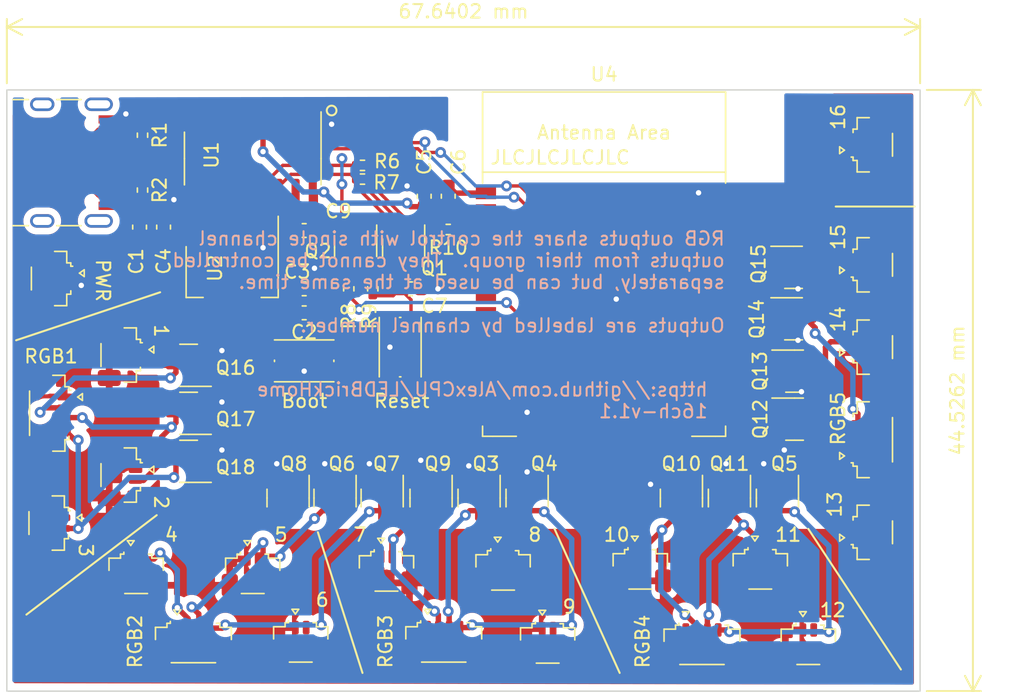
<source format=kicad_pcb>
(kicad_pcb (version 20221018) (generator pcbnew)
  (layers (0 "F.Cu" signal) (31 "B.Cu" signal) (34 "B.Paste" user) (35 "F.Paste" user) (36 "B.SilkS" user "B.Silkscreen") (37 "F.SilkS" user "F.Silkscreen") (38 "B.Mask" user) (39 "F.Mask" user) (44 "Edge.Cuts" user))
  (net 0 "")
  (net 1 "GND")
  (net 2 "+5V")
  (net 3 "+3.3V")
  (net 4 "Net-(U1-UD+)")
  (net 5 "CHIP_PU")
  (net 6 "Net-(J1-CC1)")
  (net 7 "Net-(U1-UD-)")
  (net 10 "Net-(J1-CC2)")
  (net 12 "OUT1")
  (net 13 "OUT2")
  (net 14 "OUT3")
  (net 15 "OUT4")
  (net 16 "OUT5")
  (net 17 "OUT6")
  (net 18 "OUT7")
  (net 19 "OUT8")
  (net 20 "OUT9")
  (net 21 "OUT10")
  (net 22 "OUT11")
  (net 23 "OUT12")
  (net 24 "OUT13")
  (net 25 "OUT14")
  (net 26 "OUT15")
  (net 27 "OUT16")
  (net 28 "Net-(Q1-B)")
  (net 29 "RTS")
  (net 30 "Net-(Q1-C)")
  (net 31 "Net-(Q2-B)")
  (net 32 "DTR")
  (net 33 "Net-(Q2-C)")
  (net 34 "LED1")
  (net 35 "LED2")
  (net 36 "LED3")
  (net 37 "LED4")
  (net 38 "LED5")
  (net 39 "LED6")
  (net 40 "LED7")
  (net 41 "LED8")
  (net 42 "LED9")
  (net 43 "LED10")
  (net 44 "LED11")
  (net 45 "LED12")
  (net 46 "LED13")
  (net 47 "LED14")
  (net 48 "LED15")
  (net 49 "LED16")
  (net 51 "GPIO0")
  (net 58 "U0TXD")
  (net 59 "U0RXD")
  (footprint "Capacitor_SMD:C_0603_1608Metric" (layer "F.Cu") (at 52.578 65.786 180)
    (fp_text reference "C7")
    (fp_text value "1u" hide)
  )
  (footprint "Connector_JST:JST_SUR_SM02B-SURS-TF_1x02-1MP_P0.80mm_Horizontal" (layer "F.Cu") (at 86.868 70.104 90)
    (fp_text reference "J12" hide)
    (fp_text value "SM02B-SURS-TF" hide)
  )
  (footprint "Resistor_SMD:R_0402_1005Metric" (layer "F.Cu") (at 32.729 58.4708 90)
    (fp_text reference "R2")
    (fp_text value "5k1" hide)
  )
  (footprint "Connector_JST:JST_SUR_SM04B-SURS-TF_1x04-1MP_P0.80mm_Horizontal" (layer "F.Cu") (at 25.774 75 -90)
    (fp_text reference "J22" hide)
    (fp_text value "SM04B-SURS-TF" hide)
  )
  (footprint "Package_TO_SOT_SMD:SOT-23" (layer "F.Cu") (at 80.9475 64.196)
    (fp_text reference "Q15")
    (fp_text value "2N7002K" hide)
  )
  (footprint "Connector_JST:JST_SUR_SM02B-SURS-TF_1x02-1MP_P0.80mm_Horizontal" (layer "F.Cu") (at 69.596 86.614)
    (fp_text reference "J9" hide)
    (fp_text value "SM02B-SURS-TF" hide)
  )
  (footprint "Package_TO_SOT_SMD:SOT-23" (layer "F.Cu") (at 46.99 81.28 -90)
    (fp_text reference "Q6")
    (fp_text value "2N7002K" hide)
  )
  (footprint "Connector_JST:JST_SUR_SM04B-SURS-TF_1x04-1MP_P0.80mm_Horizontal" (layer "F.Cu") (at 55.0418 92.0242)
    (fp_text reference "J18" hide)
    (fp_text value "SM04B-SURS-TF" hide)
  )
  (footprint "Capacitor_SMD:C_0603_1608Metric" (layer "F.Cu") (at 44.704 61.468)
    (fp_text reference "C9")
    (fp_text value "100n")
  )
  (footprint "Connector_JST:JST_SUR_SM02B-SURS-TF_1x02-1MP_P0.80mm_Horizontal" (layer "F.Cu") (at 32.258 86.9442)
    (fp_text reference "J7" hide)
    (fp_text value "SM02B-SURS-TF" hide)
  )
  (footprint "Connector_JST:JST_SUR_SM02B-SURS-TF_1x02-1MP_P0.80mm_Horizontal" (layer "F.Cu") (at 25.7302 83.1342 -90)
    (fp_text reference "J17" hide)
    (fp_text value "SM02B-SURS-TF" hide)
  )
  (footprint "Package_TO_SOT_SMD:SOT-23" (layer "F.Cu") (at 52.07 62.738 -90)
    (fp_text reference "Q1")
    (fp_text value "BC817" hide)
  )
  (footprint "Connector_JST:JST_SUR_SM02B-SURS-TF_1x02-1MP_P0.80mm_Horizontal" (layer "F.Cu") (at 25.908 65.024 -90)
    (fp_text reference "J23" hide)
    (fp_text value "SM02B-SURS-TF")
  )
  (footprint "Connector_JST:JST_SUR_SM02B-SURS-TF_1x02-1MP_P0.80mm_Horizontal" (layer "F.Cu") (at 86.868 55.118 90)
    (fp_text reference "J14" hide)
    (fp_text value "SM02B-SURS-TF" hide)
  )
  (footprint "Connector_JST:JST_SUR_SM02B-SURS-TF_1x02-1MP_P0.80mm_Horizontal" (layer "F.Cu") (at 40.894 86.9442)
    (fp_text reference "J5" hide)
    (fp_text value "SM02B-SURS-TF" hide)
  )
  (footprint "Package_TO_SOT_SMD:SOT-23" (layer "F.Cu") (at 54.102 81.28 -90)
    (fp_text reference "Q9")
    (fp_text value "2N7002K" hide)
  )
  (footprint "Connector_JST:JST_SUR_SM02B-SURS-TF_1x02-1MP_P0.80mm_Horizontal" (layer "F.Cu") (at 82.042 92.202)
    (fp_text reference "J4" hide)
    (fp_text value "SM02B-SURS-TF" hide)
  )
  (footprint "Resistor_SMD:R_0402_1005Metric" (layer "F.Cu") (at 32.729 54.4068 -90)
    (fp_text reference "R1")
    (fp_text value "5k1" hide)
  )
  (footprint "Package_TO_SOT_SMD:SOT-23" (layer "F.Cu") (at 81.026 71.882)
    (fp_text reference "Q13")
    (fp_text value "2N7002K" hide)
  )
  (footprint "Package_TO_SOT_SMD:SOT-23" (layer "F.Cu") (at 81.026 75.438)
    (fp_text reference "Q12")
    (fp_text value "2N7002K" hide)
  )
  (footprint "Package_TO_SOT_SMD:SOT-23" (layer "F.Cu") (at 36.1442 71.4502 180)
    (fp_text reference "Q16")
    (fp_text value "2N7002K" hide)
  )
  (footprint "Button_Switch_SMD:SW_Push_1P1T_NO_CK_KMR2" (layer "F.Cu") (at 44.704 71.12)
    (fp_text reference "SW2" hide)
    (fp_text value "KMR221G" hide)
  )
  (footprint "Connector_JST:JST_SUR_SM02B-SURS-TF_1x02-1MP_P0.80mm_Horizontal" (layer "F.Cu") (at 31.0642 70.6882 -90)
    (fp_text reference "J15" hide)
    (fp_text value "SM02B-SURS-TF" hide)
  )
  (footprint "Package_TO_SOT_SMD:SOT-23" (layer "F.Cu") (at 76.2 81.28 -90)
    (fp_text reference "Q11")
    (fp_text value "2N7002K" hide)
  )
  (footprint "Resistor_SMD:R_0402_1005Metric" (layer "F.Cu") (at 49.022 56.642)
    (fp_text reference "R6")
    (fp_text value "10k" hide)
  )
  (footprint "Resistor_SMD:R_0402_1005Metric" (layer "F.Cu") (at 48.006 65.786 -90)
    (fp_text reference "R8")
    (fp_text value "0" hide)
  )
  (footprint "Connector_JST:JST_SUR_SM04B-SURS-TF_1x04-1MP_P0.80mm_Horizontal" (layer "F.Cu") (at 74.168 92.202)
    (fp_text reference "J20" hide)
    (fp_text value "SM04B-SURS-TF" hide)
  )
  (footprint "Connector_JST:JST_SUR_SM02B-SURS-TF_1x02-1MP_P0.80mm_Horizontal" (layer "F.Cu") (at 31.0642 79.5782 -90)
    (fp_text reference "J16" hide)
    (fp_text value "SM02B-SURS-TF" hide)
  )
  (footprint "Connector_JST:JST_SUR_SM04B-SURS-TF_1x04-1MP_P0.80mm_Horizontal" (layer "F.Cu") (at 36.4998 92.068)
    (fp_text reference "J19" hide)
    (fp_text value "SM04B-SURS-TF" hide)
  )
  (footprint "Connector_JST:JST_SUR_SM02B-SURS-TF_1x02-1MP_P0.80mm_Horizontal" (layer "F.Cu") (at 78.486 86.614)
    (fp_text reference "J10" hide)
    (fp_text value "SM02B-SURS-TF" hide)
  )
  (footprint "Connector_USB:USB_C_Receptacle_GCT_USB4105-xx-A_16P_TopMnt_Horizontal" (layer "F.Cu") (at 26.379 56.4388 -90)
    (fp_text reference "J1" hide)
    (fp_text value "USB4105-GF-A" hide)
  )
  (footprint "Package_TO_SOT_SMD:SOT-23" (layer "F.Cu") (at 50.48 81.28 -90)
    (fp_text reference "Q7")
    (fp_text value "2N7002K" hide)
  )
  (footprint "Package_TO_SOT_SMD:SOT-23" (layer "F.Cu") (at 57.658 81.28 -90)
    (fp_text reference "Q3")
    (fp_text value "2N7002K" hide)
  )
  (footprint "Package_TO_SOT_SMD:SOT-23" (layer "F.Cu") (at 61.214 81.28 -90)
    (fp_text reference "Q4")
    (fp_text value "2N7002K" hide)
  )
  (footprint "Resistor_SMD:R_0402_1005Metric" (layer "F.Cu") (at 55.372 61.3918)
    (fp_text reference "R10")
    (fp_text value "10k" hide)
  )
  (footprint "Package_TO_SOT_SMD:SOT-23" (layer "F.Cu") (at 72.644 81.28 -90)
    (fp_text reference "Q10")
    (fp_text value "2N7002K" hide)
  )
  (footprint "Capacitor_SMD:C_0603_1608Metric" (layer "F.Cu") (at 53.594 58.928 -90)
    (fp_text reference "C5")
    (fp_text value "10u")
  )
  (footprint "Connector_JST:JST_SUR_SM02B-SURS-TF_1x02-1MP_P0.80mm_Horizontal" (layer "F.Cu") (at 59.436 86.6902)
    (fp_text reference "J2" hide)
    (fp_text value "SM02B-SURS-TF" hide)
  )
  (footprint "Capacitor_SMD:C_0603_1608Metric" (layer "F.Cu") (at 55.372 58.928 -90)
    (fp_text reference "C6")
    (fp_text value "100n")
  )
  (footprint "Package_TO_SOT_SMD:SOT-23" (layer "F.Cu") (at 80.9475 68.006)
    (fp_text reference "Q14")
    (fp_text value "2N7002K" hide)
  )
  (footprint "Resistor_SMD:R_0402_1005Metric" (layer "F.Cu") (at 49.022 57.658)
    (fp_text reference "R7")
    (fp_text value "10k" hide)
  )
  (footprint "Connector_JST:JST_SUR_SM02B-SURS-TF_1x02-1MP_P0.80mm_Horizontal" (layer "F.Cu") (at 62.738 92.1004)
    (fp_text reference "J3" hide)
    (fp_text value "SM02B-SURS-TF" hide)
  )
  (footprint "Resistor_SMD:R_0402_1005Metric" (layer "F.Cu") (at 49.784 65.786 -90)
    (fp_text reference "R9")
    (fp_text value "0" hide)
  )
  (footprint "Connector_JST:JST_SUR_SM02B-SURS-TF_1x02-1MP_P0.80mm_Horizontal" (layer "F.Cu") (at 50.8 86.7664)
    (fp_text reference "J8" hide)
    (fp_text value "SM02B-SURS-TF" hide)
  )
  (footprint "Connector_JST:JST_SUR_SM04B-SURS-TF_1x04-1MP_P0.80mm_Horizontal" (layer "F.Cu") (at 86.868 76.962 90)
    (fp_text reference "J21" hide)
    (fp_text value "SM04B-SURS-TF" hide)
  )
  (footprint "Package_TO_SOT_SMD:SOT-23" (layer "F.Cu") (at 79.756 81.28 -90)
    (fp_text reference "Q5")
    (fp_text value "2N7002K" hide)
  )
  (footprint "Capacitor_SMD:C_0603_1608Metric" (layer "F.Cu") (at 44.704 65.786 180)
    (fp_text reference "C3")
    (fp_text value "100n" hide)
  )
  (footprint "Button_Switch_SMD:SW_Push_1P1T_NO_CK_KMR2" (layer "F.Cu") (at 51.816 70.104 -90)
    (fp_text reference "SW1" hide)
    (fp_text value "KMR221G" hide)
  )
  (footprint "Package_SO:SOIC-16_3.9x9.9mm_P1.27mm" (layer "F.Cu") (at 40.894 56.134 -90)
    (fp_text reference "U1")
    (fp_text value "CH340C")
  )
  (footprint "Capacitor_SMD:C_0603_1608Metric" (layer "F.Cu") (at 34.29 61.214 -90)
    (fp_text reference "C4")
    (fp_text value "100n" hide)
  )
  (footprint "Connector_JST:JST_SUR_SM02B-SURS-TF_1x02-1MP_P0.80mm_Horizontal" (layer "F.Cu") (at 86.868 64.008 90)
    (fp_text reference "J13" hide)
    (fp_text value "SM02B-SURS-TF" hide)
  )
  (footprint "Capacitor_SMD:C_0603_1608Metric" (layer "F.Cu") (at 44.704 67.564 180)
    (fp_text reference "C2")
    (fp_text value "10u" hide)
  )
  (footprint "Package_TO_SOT_SMD:SOT-23" (layer "F.Cu") (at 36.1442 75.0062 180)
    (fp_text reference "Q17")
    (fp_text value "2N7002K" hide)
  )
  (footprint "Espressif:ESP32-WROOM-32E" (layer "F.Cu") (at 66.916 65.708)
    (fp_text reference "U4")
    (fp_text value "ESP32-WROOM-32E-N16")
  )
  (footprint "Connector_JST:JST_SUR_SM02B-SURS-TF_1x02-1MP_P0.80mm_Horizontal" (layer "F.Cu") (at 86.868 83.82 90)
    (fp_text reference "J11" hide)
    (fp_text value "SM02B-SURS-TF" hide)
  )
  (footprint "Connector_JST:JST_SUR_SM02B-SURS-TF_1x02-1MP_P0.80mm_Horizontal" (layer "F.Cu") (at 44.45 92.0242)
    (fp_text reference "J6" hide)
    (fp_text value "SM02B-SURS-TF" hide)
  )
  (footprint "Package_TO_SOT_SMD:SOT-23" (layer "F.Cu") (at 36.1442 78.5622 180)
    (fp_text reference "Q18")
    (fp_text value "2N7002K" hide)
  )
  (footprint "Package_TO_SOT_SMD:SOT-23" (layer "F.Cu") (at 48.514 62.738 -90)
    (fp_text reference "Q2")
    (fp_text value "BC817" hide)
  )
  (footprint "Package_TO_SOT_SMD:SOT-23" (layer "F.Cu") (at 43.5102 81.28 -90)
    (fp_text reference "Q8")
    (fp_text value "2N7002K" hide)
  )
  (footprint "Package_TO_SOT_SMD:SOT-223-3_TabPin2" (layer "F.Cu") (at 39.37 64.516 -90)
    (fp_text reference "U2")
    (fp_text value "AZ1117IH-3.3TRG1" hide)
  )
  (footprint "Capacitor_SMD:C_0603_1608Metric" (layer "F.Cu") (at 32.512 61.214 -90)
    (fp_text reference "C1")
    (fp_text value "10u" hide)
  )
  (gr_circle (center 46.736 52.578) (end 46.99 52.832) (stroke (width 0.15)) (fill none) (layer "F.SilkS"))
  (gr_line (start 84.074 59.69) (end 89.916 59.69) (stroke (width 0.15)) (layer "F.SilkS"))
  (gr_line (start 63.246 83.566) (end 68.072 94.234) (stroke (width 0.15)) (layer "F.SilkS"))
  (gr_line (start 82.042 83.566) (end 88.9 93.98) (stroke (width 0.15)) (layer "F.SilkS"))
  (gr_line (start 24.13 89.916) (end 33.782 82.55) (stroke (width 0.15)) (layer "F.SilkS"))
  (gr_line (start 45.72 83.82) (end 49.022 94.234) (stroke (width 0.15)) (layer "F.SilkS"))
  (gr_line (start 23.368 69.596) (end 34.036 66.04) (stroke (width 0.15)) (layer "F.SilkS"))
  (gr_rect (start 22.6822 51.054) (end 90.3224 95.5802) (stroke (width 0.1)) (fill none) (layer "Edge.Cuts"))
  (gr_text "RGB outputs share the control with single channel\noutputs from their group.  They cannot be controlled\nseparately, but can be used at the same time.\n\nOutputs are labelled by channel number." (at 75.946 69.088) (layer "B.SilkS") (effects (font (size 1 1)) (justify left bottom mirror)))
  (gr_text "https://github.com/AlexCPU/LEDBrickHome\n16ch-v1.1" (at 74.676 75.438) (layer "B.SilkS") (effects (font (size 1 1)) (justify left bottom mirror)))
  (gr_text "RGB3" (at 51.308 93.98 90) (layer "F.SilkS") (effects (font (size 1 1)) (justify left bottom)))
  (gr_text "RGB4" (at 70.358 93.98 90) (layer "F.SilkS") (effects (font (size 1 1)) (justify left bottom)))
  (gr_text "8" (at 61.214 84.582) (layer "F.SilkS") (effects (font (size 1 1)) (justify left bottom)))
  (gr_text "6" (at 45.466 89.408) (layer "F.SilkS") (effects (font (size 1 1)) (justify left bottom)))
  (gr_text "3" (at 27.94 84.582 -90) (layer "F.SilkS") (effects (font (size 1 1)) (justify left bottom)))
  (gr_text "14" (at 84.836 69.088 90) (layer "F.SilkS") (effects (font (size 1 1)) (justify left bottom)))
  (gr_text "JLCJLCJLCJLC" (at 58.42 56.642) (layer "F.SilkS") (effects (font (size 1 1)) (justify left bottom)))
  (gr_text "2" (at 33.528 81.026 -90) (layer "F.SilkS") (effects (font (size 1 1)) (justify left bottom)))
  (gr_text "RGB5" (at 84.836 77.47 90) (layer "F.SilkS") (effects (font (size 1 1)) (justify left bottom)))
  (gr_text "13" (at 84.582 82.804 90) (layer "F.SilkS") (effects (font (size 1 1)) (justify left bottom)))
  (gr_text "16" (at 84.836 54.102 90) (layer "F.SilkS") (effects (font (size 1 1)) (justify left bottom)))
  (gr_text "15" (at 84.836 62.992 90) (layer "F.SilkS") (effects (font (size 1 1)) (justify left bottom)))
  (gr_text "1" (at 33.528 68.326 -90) (layer "F.SilkS") (effects (font (size 1 1)) (justify left bottom)))
  (gr_text "10" (at 66.802 84.582) (layer "F.SilkS") (effects (font (size 1 1)) (justify left bottom)))
  (gr_text "12" (at 82.804 90.17) (layer "F.SilkS") (effects (font (size 1 1)) (justify left bottom)))
  (gr_text "4" (at 34.29 84.582) (layer "F.SilkS") (effects (font (size 1 1)) (justify left bottom)))
  (gr_text "RGB1" (at 23.876 71.374) (layer "F.SilkS") (effects (font (size 1 1)) (justify left bottom)))
  (gr_text "Reset" (at 49.784 74.676) (layer "F.SilkS") (effects (font (size 1 1)) (justify left bottom)))
  (gr_text "9" (at 63.754 89.916) (layer "F.SilkS") (effects (font (size 1 1)) (justify left bottom)))
  (gr_text "Boot" (at 42.926 74.676) (layer "F.SilkS") (effects (font (size 1 1)) (justify left bottom)))
  (gr_text "11" (at 79.502 84.582) (layer "F.SilkS") (effects (font (size 1 1)) (justify left bottom)))
  (gr_text "RGB2" (at 32.766 93.98 90) (layer "F.SilkS") (effects (font (size 1 1)) (justify left bottom)))
  (gr_text "7" (at 48.26 84.582) (layer "F.SilkS") (effects (font (size 1 1)) (justify left bottom)))
  (gr_text "PWR" (at 29.21 63.5 -90) (layer "F.SilkS") (effects (font (size 1 1)) (justify left bottom)))
  (gr_text "5" (at 42.418 84.582) (layer "F.SilkS") (effects (font (size 1 1)) (justify left bottom)))
  (dimension (type aligned) (layer "F.SilkS") (pts (xy 90.3224 95.5802) (xy 90.3224 51.054)) (height 3.9116) (gr_text "44.5262 mm" (at 93.084 73.3171 90) (layer "F.SilkS") (effects (font (size 1 1) (thickness 0.15)))) (format (prefix "") (suffix "") (units 3) (units_format 1) (precision 4)) (style (thickness 0.15) (arrow_length 1.27) (text_position_mode 0) (extension_height 0.58642) (extension_offset 0.5) keep_text_aligned))
  (dimension (type aligned) (layer "F.SilkS") (pts (xy 22.6822 51.054) (xy 90.3224 51.054)) (height -4.662678) (gr_text "67.6402 mm" (at 56.5023 45.241322) (layer "F.SilkS") (effects (font (size 1 1) (thickness 0.15)))) (format (prefix "") (suffix "") (units 3) (units_format 1) (precision 4)) (style (thickness 0.15) (arrow_length 1.27) (text_position_mode 0) (extension_height 0.58642) (extension_offset 0.5) keep_text_aligned))
  (segment (start 80.64 68.956) (end 81.28 69.596) (width 0.4) (layer "F.Cu") (net 1))
  (segment (start 80.0885 77.5485) (end 80.264 77.724) (width 0.4) (layer "F.Cu") (net 1))
  (segment (start 44.704 71.882) (end 44.742 71.92) (width 0.25) (layer "F.Cu") (net 1))
  (segment (start 30.059 53.2388) (end 31.0892 53.2388) (width 0.25) (layer "F.Cu") (net 1))
  (segment (start 41.67 61.366) (end 43.827 61.366) (width 0.5) (layer "F.Cu") (net 1))
  (segment (start 42.5602 78.8518) (end 42.672 78.74) (width 0.4) (layer "F.Cu") (net 1))
  (segment (start 45.466 64.262) (end 45.466 65.773) (width 0.5) (layer "F.Cu") (net 1))
  (segment (start 53.594 58.153) (end 52.337 58.153) (width 0.4) (layer "F.Cu") (net 1))
  (segment (start 52.337 58.153) (end 52.324 58.166) (width 0.25) (layer "F.Cu") (net 1))
  (segment (start 80.64 65.146) (end 81.28 65.786) (width 0.4) (layer "F.Cu") (net 1))
  (segment (start 27.166 65.532) (end 27.058 65.424) (width 0.25) (layer "F.Cu") (net 1))
  (segment (start 43.827 61.366) (end 43.929 61.468) (width 0.25) (layer "F.Cu") (net 1))
  (segment (start 34.29 59.944) (end 35.052 59.182) (width 0.4) (layer "F.Cu") (net 1))
  (segment (start 75.25 80.3425) (end 75.25 79.436) (width 0.4) (layer "F.Cu") (net 1))
  (segment (start 41.67 61.366) (end 41.67 62.724) (width 0.25) (layer "F.Cu") (net 1))
  (segment (start 46.04 80.3425) (end 46.04 78.928) (width 0.4) (layer "F.Cu") (net 1))
  (segment (start 32.512 60.439) (end 34.29 60.439) (width 0.4) (layer "F.Cu") (net 1))
  (segment (start 70.4365 80.3425) (end 70.358 80.264) (width 0.4) (layer "F.Cu") (net 1))
  (segment (start 28.194 65.532) (end 27.166 65.532) (width 0.5) (layer "F.Cu") (net 1))
  (segment (start 73.938 58.698) (end 73.914 58.674) (width 0.25) (layer "F.Cu") (net 1))
  (segment (start 37.0817 74.0562) (end 38.4962 74.0562) (width 0.4) (layer "F.Cu") (net 1))
  (segment (start 66.816 65.018) (end 64.016 65.018) (width 0.25) (layer "F.Cu") (net 1))
  (segment (start 45.339 53.659) (end 46.671 53.659) (width 0.25) (layer "F.Cu") (net 1))
  (segment (start 53.152 80.3425) (end 53.152 78.674) (width 0.4) (layer "F.Cu") (net 1))
  (segment (start 34.29 60.439) (end 34.29 59.944) (width 0.4) (layer "F.Cu") (net 1))
  (segment (start 51.016 72.154) (end 51.016 70.142) (width 0.25) (layer "F.Cu") (net 1))
  (segment (start 42.654 71.92) (end 44.666 71.92) (width 0.25) (layer "F.Cu") (net 1))
  (segment (start 46.04 78.928) (end 46.228 78.74) (width 0.4) (layer "F.Cu") (net 1))
  (segment (start 41.67 62.724) (end 41.656 62.738) (width 0.25) (layer "F.Cu") (net 1))
  (segment (start 37.0817 70.5002) (end 38.4658 70.5002) (width 0.4) (layer "F.Cu") (net 1))
  (segment (start 67.688 66.418) (end 67.818 66.548) (width 0.25) (layer "F.Cu") (net 1))
  (segment (start 64.016 67.818) (end 66.816 67.818) (width 0.25) (layer "F.Cu") (net 1))
  (segment (start 66.816 67.818) (end 66.816 65.018) (width 0.25) (layer "F.Cu") (net 1))
  (segment (start 56.708 79.0865) (end 56.896 78.8985) (width 0.4) (layer "F.Cu") (net 1))
  (segment (start 55.372 58.153) (end 53.594 58.153) (width 0.4) (layer "F.Cu") (net 1))
  (segment (start 64.016 66.418) (end 66.816 66.418) (width 0.25) (layer "F.Cu") (net 1))
  (segment (start 64.016 65.018) (end 64.016 67.818) (width 0.25) (layer "F.Cu") (net 1))
  (segment (start 51.016 70.142) (end 51.054 70.104) (width 0.25) (layer "F.Cu") (net 1))
  (segment (start 30.059 59.6388) (end 31.7118 59.6388) (width 0.4) (layer "F.Cu") (net 1))
  (segment (start 38.4962 74.0562) (end 38.608 74.168) (width 0.4) (layer "F.Cu") (net 1))
  (segment (start 61.196 74.948) (end 61.214 74.93) (width 0.25) (layer "F.Cu") (net 1))
  (segment (start 71.694 80.3425) (end 70.4365 80.3425) (width 0.4) (layer "F.Cu") (net 1))
  (segment (start 38.4962 77.6122) (end 38.608 77.724) (width 0.4) (layer "F.Cu") (net 1))
  (segment (start 65.416 65.018) (end 65.416 67.818) (width 0.25) (layer "F.Cu") (net 1))
  (segment (start 66.816 66.418) (end 67.688 66.418) (width 0.25) (layer "F.Cu") (net 1))
  (segment (start 53.353 65.786) (end 54.61 65.786) (width 0.25) (layer "F.Cu") (net 1))
  (segment (start 80.0885 76.388) (end 80.0885 77.5485) (width 0.4) (layer "F.Cu") (net 1))
  (segment (start 56.708 80.3425) (end 56.708 79.0865) (width 0.4) (layer "F.Cu") (net 1))
  (segment (start 60.264 80.3425) (end 60.264 80.2985) (width 0.25) (layer "F.Cu") (net 1))
  (segment (start 46.671 53.659) (end 46.736 53.594) (width 0.25) (layer "F.Cu") (net 1))
  (segment (start 38.4658 70.5002) (end 38.608 70.358) (width 0.4) (layer "F.Cu") (net 1))
  (segment (start 31.7118 59.6388) (end 32.512 60.439) (width 0.4) (layer "F.Cu") (net 1))
  (segment (start 58.166 58.698) (end 55.917 58.698) (width 0.4) (layer "F.Cu") (net 1))
  (segment (start 44.666 71.92) (end 44.704 71.882) (width 0.25) (layer "F.Cu") (net 1))
  (segment (start 75.25 79.436) (end 75.946 78.74) (width 0.4) (layer "F.Cu") (net 1))
  (segment (start 45.466 65.773) (end 45.479 65.786) (width 0.25) (layer "F.Cu") (net 1))
  (segment (start 45.479 65.786) (end 45.479 67.564) (width 0.5) (layer "F.Cu") (net 1))
  (segment (start 55.917 58.698) (end 55.372 58.153) (width 0.4) (layer "F.Cu") (net 1))
  (segment (start 60.264 80.2985) (end 61.214 79.3485) (width 0.4) (layer "F.Cu") (net 1))
  (segment (start 80.01 68.956) (end 80.64 68.956) (width 0.4) (layer "F.Cu") (net 1))
  (segment (start 61.196 76.458) (end 61.196 74.948) (width 0.4) (layer "F.Cu") (net 1))
  (segment (start 80.96 72.832) (end 81.534 73.406) (width 0.4) (layer "F.Cu") (net 1))
  (segment (start 53.152 78.674) (end 53.34 78.486) (width 0.4) (layer "F.Cu") (net 1))
  (segment (start 80.0885 72.832) (end 80.96 72.832) (width 0.4) (layer "F.Cu") (net 1))
  (segment (start 51.016 70.066) (end 51.016 68.054) (width 0.25) (layer "F.Cu") (net 1))
  (segment (start 51.054 70.104) (end 51.016 70.066) (width 0.25) (layer "F.Cu") (net 1))
  (segment (start 78.806 78.806) (end 78.74 78.74) (width 0.4) (layer "F.Cu") (net 1))
  (segment (start 31.0892 53.2388) (end 31.496 52.832) (width 0.25) (layer "F.Cu") (net 1))
  (segment (start 42.5602 80.3425) (end 42.5602 78.8518) (width 0.4) (layer "F.Cu") (net 1))
  (segment (start 75.666 58.698) (end 73.938 58.698) (width 0.4) (layer "F.Cu") (net 1))
  (segment (start 37.0817 77.6122) (end 38.4962 77.6122) (width 0.4) (layer "F.Cu") (net 1))
  (segment (start 44.742 71.92) (end 46.754 71.92) (width 0.25) (layer "F.Cu") (net 1))
  (segment (start 49.53 80.3425) (end 49.53 78.74) (width 0.4) (layer "F.Cu") (net 1))
  (segment (start 78.806 80.3425) (end 78.806 78.806) (width 0.4) (layer "F.Cu") (net 1))
  (segment (start 80.01 65.146) (end 80.64 65.146) (width 0.4) (layer "F.Cu") (net 1))
  (via (at 81.28 65.786) (size 0.8) (drill 0.4) (layers "F.Cu" "B.Cu") (net 1))
  (via (at 80.264 77.724) (size 0.8) (drill 0.4) (layers "F.Cu" "B.Cu") (net 1))
  (via (at 35.052 59.182) (size 0.8) (drill 0.4) (layers "F.Cu" "B.Cu") (net 1))
  (via (at 81.534 73.406) (size 0.8) (drill 0.4) (layers "F.Cu" "B.Cu") (net 1))
  (via (at 70.358 80.264) (size 0.8) (drill 0.4) (layers "F.Cu" "B.Cu") (net 1))
  (via (at 54.61 65.786) (size 0.8) (drill 0.4) (layers "F.Cu" "B.Cu") (net 1))
  (via (at 73.914 58.674) (size 0.8) (drill 0.4) (layers "F.Cu" "B.Cu") (net 1))
  (via (at 75.946 78.74) (size 0.8) (drill 0.4) (layers "F.Cu" "B.Cu") (net 1))
  (via (at 46.228 78.74) (size 0.8) (drill 0.4) (layers "F.Cu" "B.Cu") (net 1))
  (via (at 41.656 62.738) (size 0.8) (drill 0.4) (layers "F.Cu" "B.Cu") (net 1))
  (via (at 44.704 71.882) (size 0.8) (drill 0.4) (layers "F.Cu" "B.Cu") (net 1))
  (via (at 81.28 69.596) (size 0.8) (drill 0.4) (layers "F.Cu" "B.Cu") (net 1))
  (via (at 52.324 58.166) (size 0.8) (drill 0.4) (layers "F.Cu" "B.Cu") (net 1))
  (via (at 31.496 52.832) (size 0.8) (drill 0.4) (layers "F.Cu" "B.Cu") (net 1))
  (via (at 49.53 78.74) (size 0.8) (drill 0.4) (layers "F.Cu" "B.Cu") (net 1))
  (via (at 46.736 53.594) (size 0.8) (drill 0.4) (layers "F.Cu" "B.Cu") (net 1))
  (via (at 45.466 64.262) (size 0.8) (drill 0.4) (layers "F.Cu" "B.Cu") (net 1))
  (via (at 38.608 77.724) (size 0.8) (drill 0.4) (layers "F.Cu" "B.Cu") (net 1))
  (via (at 38.608 74.168) (size 0.8) (drill 0.4) (layers "F.Cu" "B.Cu") (net 1))
  (via (at 38.608 70.358) (size 0.8) (drill 0.4) (layers "F.Cu" "B.Cu") (net 1))
  (via (at 53.34 78.486) (size 0.8) (drill 0.4) (layers "F.Cu" "B.Cu") (net 1))
  (via (at 78.74 78.74) (size 0.8) (drill 0.4) (layers "F.Cu" "B.Cu") (net 1))
  (via (at 42.672 78.74) (size 0.8) (drill 0.4) (layers "F.Cu" "B.Cu") (net 1))
  (via (at 56.896 78.8985) (size 0.8) (drill 0.4) (layers "F.Cu" "B.Cu") (net 1))
  (via (at 28.194 65.532) (size 0.8) (drill 0.4) (layers "F.Cu" "B.Cu") (net 1))
  (via (at 61.214 79.3485) (size 0.8) (drill 0.4) (layers "F.Cu" "B.Cu") (net 1))
  (via (at 51.054 70.104) (size 0.8) (drill 0.4) (layers "F.Cu" "B.Cu") (net 1))
  (via (at 67.818 66.548) (size 0.8) (drill 0.4) (layers "F.Cu" "B.Cu") (net 1))
  (via (at 61.214 74.93) (size 0.8) (drill 0.4) (layers "F.Cu" "B.Cu") (net 1))
  (segment (start 32.525 61.976) (end 32.512 61.989) (width 0.25) (layer "F.Cu") (net 2))
  (segment (start 35.56 61.976) (end 32.525 61.976) (width 0.5) (layer "F.Cu") (net 2))
  (segment (start 30.059 58.8388) (end 29.483949 58.8388) (width 0.4) (layer "F.Cu") (net 2))
  (segment (start 36.17 61.366) (end 35.56 61.976) (width 0.5) (layer "F.Cu") (net 2))
  (segment (start 30.059 58.8388) (end 32.587 58.8388) (width 0.25) (layer "F.Cu") (net 2))
  (segment (start 32.587 58.8388) (end 32.729 58.9808) (width 0.25) (layer "F.Cu") (net 2))
  (segment (start 34.29 61.989) (end 34.29 62.992) (width 0.5) (layer "F.Cu") (net 2))
  (segment (start 29.483949 58.8388) (end 29.065149 58.42) (width 0.4) (layer "F.Cu") (net 2))
  (segment (start 28.912749 54.61) (end 27.94 54.61) (width 0.4) (layer "F.Cu") (net 2))
  (segment (start 29.065149 58.42) (end 27.94 58.42) (width 0.4) (layer "F.Cu") (net 2))
  (segment (start 30.059 54.0388) (end 32.587 54.0388) (width 0.25) (layer "F.Cu") (net 2))
  (segment (start 32.587 54.0388) (end 32.729 53.8968) (width 0.25) (layer "F.Cu") (net 2))
  (segment (start 34.29 62.992) (end 33.02 64.262) (width 0.5) (layer "F.Cu") (net 2))
  (segment (start 30.059 54.0388) (end 29.483949 54.0388) (width 0.4) (layer "F.Cu") (net 2))
  (segment (start 32.512 61.989) (end 32.512 64.262) (width 0.5) (layer "F.Cu") (net 2))
  (segment (start 37.07 61.366) (end 36.17 61.366) (width 0.5) (layer "F.Cu") (net 2))
  (segment (start 29.483949 54.0388) (end 28.912749 54.61) (width 0.4) (layer "F.Cu") (net 2))
  (segment (start 40.386 63.246) (end 40.728 63.588) (width 0.5) (layer "F.Cu") (net 3))
  (segment (start 56.666 59.968) (end 56.388 59.69) (width 0.4) (layer "F.Cu") (net 3))
  (segment (start 45.479 61.468) (end 45.479 58.749) (width 0.5) (layer "F.Cu") (net 3))
  (segment (start 43.929 63.018) (end 45.479 61.468) (width 0.5) (layer "F.Cu") (net 3))
  (segment (start 43.827 67.666) (end 39.37 67.666) (width 0.5) (layer "F.Cu") (net 3))
  (segment (start 40.728 63.588) (end 43.359 63.588) (width 0.5) (layer "F.Cu") (net 3))
  (segment (start 43.929 65.786) (end 43.929 63.018) (width 0.5) (layer "F.Cu") (net 3))
  (segment (start 53.594 59.703) (end 52.591 59.703) (width 0.4) (layer "F.Cu") (net 3))
  (segment (start 43.929 67.564) (end 43.827 67.666) (width 0.25) (layer "F.Cu") (net 3))
  (segment (start 43.929 65.786) (end 43.929 67.564) (width 0.5) (layer "F.Cu") (net 3))
  (segment (start 39.37 61.366) (end 39.37 67.666) (width 0.5) (layer "F.Cu") (net 3))
  (segment (start 45.339 58.609) (end 46.163 58.609) (width 0.4) (layer "F.Cu") (net 3))
  (segment (start 54.862 61.3918) (end 54.862 60.962) (width 0.4) (layer "F.Cu") (net 3))
  (segment (start 43.359 63.588) (end 45.479 61.468) (width 0.5) (layer "F.Cu") (net 3))
  (segment (start 39.37 61.477305) (end 40.386 62.493305) (width 0.5) (layer "F.Cu") (net 3))
  (segment (start 54.862 60.962) (end 55.372 60.452) (width 0.4) (layer "F.Cu") (net 3))
  (segment (start 41.656 55.626) (end 41.656 53.786) (width 0.4) (layer "F.Cu") (net 3))
  (segment (start 55.385 59.69) (end 55.372 59.703) (width 0.4) (layer "F.Cu") (net 3))
  (segment (start 45.479 58.749) (end 45.339 58.609) (width 0.25) (layer "F.Cu") (net 3))
  (segment (start 58.166 59.968) (end 56.666 59.968) (width 0.4) (layer "F.Cu") (net 3))
  (segment (start 55.372 60.452) (end 55.372 59.703) (width 0.4) (layer "F.Cu") (net 3))
  (segment (start 56.388 59.69) (end 55.385 59.69) (width 0.4) (layer "F.Cu") (net 3))
  (segment (start 40.386 62.493305) (end 40.386 63.246) (width 0.5) (layer "F.Cu") (net 3))
  (segment (start 39.37 61.366) (end 39.37 61.477305) (width 0.25) (layer "F.Cu") (net 3))
  (segment (start 55.372 59.703) (end 53.594 59.703) (width 0.4) (layer "F.Cu") (net 3))
  (segment (start 52.591 59.703) (end 52.324 59.436) (width 0.4) (layer "F.Cu") (net 3))
  (segment (start 41.656 53.786) (end 41.529 53.659) (width 0.25) (layer "F.Cu") (net 3))
  (via (at 52.324 59.436) (size 0.8) (drill 0.4) (layers "F.Cu" "B.Cu") (net 3))
  (via (at 46.163 58.609) (size 0.8) (drill 0.4) (layers "F.Cu" "B.Cu") (net 3))
  (via (at 41.656 55.626) (size 0.8) (drill 0.4) (layers "F.Cu" "B.Cu") (net 3))
  (segment (start 44.639 58.609) (end 41.656 55.626) (width 0.4) (layer "B.Cu") (net 3))
  (segment (start 46.99 59.436) (end 52.324 59.436) (width 0.4) (layer "B.Cu") (net 3))
  (segment (start 46.163 58.609) (end 44.639 58.609) (width 0.4) (layer "B.Cu") (net 3))
  (segment (start 46.163 58.609) (end 46.99 59.436) (width 0.4) (layer "B.Cu") (net 3))
  (segment (start 29.159 56.2138) (end 29.159 57.1638) (width 0.25) (layer "F.Cu") (net 4))
  (segment (start 29.184 56.1888) (end 29.159 56.2138) (width 0.25) (layer "F.Cu") (net 4))
  (segment (start 38.3152 57.1888) (end 30.059 57.1888) (width 0.25) (layer "F.Cu") (net 4))
  (segment (start 40.259 53.659) (end 40.259 55.245) (width 0.25) (layer "F.Cu") (net 4))
  (segment (start 40.259 55.245) (end 38.3152 57.1888) (width 0.25) (layer "F.Cu") (net 4))
  (segment (start 30.059 56.1888) (end 29.184 56.1888) (width 0.25) (layer "F.Cu") (net 4))
  (segment (start 29.184 57.1888) (end 30.059 57.1888) (width 0.25) (layer "F.Cu") (net 4))
  (segment (start 29.159 57.1638) (end 29.184 57.1888) (width 0.25) (layer "F.Cu") (net 4))
  (segment (start 52.616 68.054) (end 52.616 72.154) (width 0.25) (layer "F.Cu") (net 5))
  (segment (start 51.803 65.786) (end 51.803 65.4708) (width 0.25) (layer "F.Cu") (net 5))
  (segment (start 52.616 68.054) (end 52.616 66.599) (width 0.25) (layer "F.Cu") (net 5))
  (segment (start 51.293 66.296) (end 51.803 65.786) (width 0.25) (layer "F.Cu") (net 5))
  (segment (start 58.0122 61.3918) (end 58.166 61.238) (width 0.25) (layer "F.Cu") (net 5))
  (segment (start 49.784 66.296) (end 51.293 66.296) (width 0.25) (layer "F.Cu") (net 5))
  (segment (start 55.882 61.3918) (end 58.0122 61.3918) (width 0.25) (layer "F.Cu") (net 5))
  (segment (start 52.616 66.599) (end 51.803 65.786) (width 0.25) (layer "F.Cu") (net 5))
  (segment (start 51.803 65.4708) (end 55.882 61.3918) (width 0.25) (layer "F.Cu") (net 5))
  (segment (start 32.457 55.1888) (end 30.059 55.1888) (width 0.25) (layer "F.Cu") (net 6))
  (segment (start 32.729 54.9168) (end 32.457 55.1888) (width 0.25) (layer "F.Cu") (net 6))
  (segment (start 38.989 54.991) (end 38.2912 55.6888) (width 0.25) (layer "F.Cu") (net 7))
  (segment (start 30.059 56.6888) (end 30.934 56.6888) (width 0.25) (layer "F.Cu") (net 7))
  (segment (start 38.989 53.659) (end 38.989 54.991) (width 0.25) (layer "F.Cu") (net 7))
  (segment (start 31.242 55.6888) (end 30.059 55.6888) (width 0.25) (layer "F.Cu") (net 7))
  (segment (start 38.2912 55.6888) (end 31.242 55.6888) (width 0.25) (layer "F.Cu") (net 7))
  (segment (start 31.242 56.3808) (end 31.242 55.6888) (width 0.25) (layer "F.Cu") (net 7))
  (segment (start 30.059 56.6888) (end 30.084 56.6638) (width 0.25) (layer "F.Cu") (net 7))
  (segment (start 30.934 56.6888) (end 31.242 56.3808) (width 0.25) (layer "F.Cu") (net 7))
  (segment (start 32.501 58.1888) (end 30.059 58.1888) (width 0.25) (layer "F.Cu") (net 10))
  (segment (start 32.729 57.9608) (end 32.501 58.1888) (width 0.25) (layer "F.Cu") (net 10))
  (segment (start 56.9745 82.2175) (end 57.658 82.2175) (width 0.4) (layer "F.Cu") (net 12))
  (segment (start 55.4418 90.8742) (end 55.4418 89.7318) (width 0.4) (layer "F.Cu") (net 12))
  (segment (start 56.642 82.55) (end 56.9745 82.2175) (width 0.4) (layer "F.Cu") (net 12))
  (segment (start 57.658 82.2175) (end 59.836 84.3955) (width 0.4) (layer "F.Cu") (net 12))
  (segment (start 55.4418 89.7318) (end 55.372 89.662) (width 0.25) (layer "F.Cu") (net 12))
  (segment (start 59.836 84.3955) (end 59.836 85.5402) (width 0.4) (layer "F.Cu") (net 12))
  (via (at 55.372 89.662) (size 0.8) (drill 0.4) (layers "F.Cu" "B.Cu") (net 12))
  (via (at 56.642 82.55) (size 0.8) (drill 0.4) (layers "F.Cu" "B.Cu") (net 12))
  (segment (start 55.372 83.82) (end 56.642 82.55) (width 0.4) (layer "B.Cu") (net 12))
  (segment (start 55.372 89.662) (end 55.372 83.82) (width 0.4) (layer "B.Cu") (net 12))
  (segment (start 63.4104 90.678) (end 63.138 90.9504) (width 0.25) (layer "F.Cu") (net 13))
  (segment (start 56.2418 90.8742) (end 56.9538 90.8742) (width 0.4) (layer "F.Cu") (net 13))
  (segment (start 64.516 90.678) (end 63.4104 90.678) (width 0.4) (layer "F.Cu") (net 13))
  (segment (start 61.214 82.2175) (end 62.4055 82.2175) (width 0.4) (layer "F.Cu") (net 13))
  (segment (start 62.4055 82.2175) (end 62.484 82.296) (width 0.25) (layer "F.Cu") (net 13))
  (segment (start 56.9538 90.8742) (end 57.15 90.678) (width 0.4) (layer "F.Cu") (net 13))
  (via (at 57.15 90.678) (size 0.8) (drill 0.4) (layers "F.Cu" "B.Cu") (net 13))
  (via (at 62.484 82.296) (size 0.8) (drill 0.4) (layers "F.Cu" "B.Cu") (net 13))
  (via (at 64.516 90.678) (size 0.8) (drill 0.4) (layers "F.Cu" "B.Cu") (net 13))
  (segment (start 64.516 84.328) (end 64.516 90.678) (width 0.4) (layer "B.Cu") (net 13))
  (segment (start 57.15 90.678) (end 64.516 90.678) (width 0.4) (layer "B.Cu") (net 13))
  (segment (start 62.484 82.296) (end 64.516 84.328) (width 0.4) (layer "B.Cu") (net 13))
  (segment (start 79.756 82.2175) (end 80.9475 82.2175) (width 0.4) (layer "F.Cu") (net 14))
  (segment (start 76.066 91.052) (end 76.2 91.186) (width 0.4) (layer "F.Cu") (net 14))
  (segment (start 83.566 91.186) (end 82.576 91.186) (width 0.4) (layer "F.Cu") (net 14))
  (segment (start 75.368 91.052) (end 76.066 91.052) (width 0.4) (layer "F.Cu") (net 14))
  (segment (start 82.576 91.186) (end 82.442 91.052) (width 0.25) (layer "F.Cu") (net 14))
  (segment (start 80.9475 82.2175) (end 81.026 82.296) (width 0.25) (layer "F.Cu") (net 14))
  (via (at 81.026 82.296) (size 0.8) (drill 0.4) (layers "F.Cu" "B.Cu") (net 14))
  (via (at 83.566 91.186) (size 0.8) (drill 0.4) (layers "F.Cu" "B.Cu") (net 14))
  (via (at 76.2 91.186) (size 0.8) (drill 0.4) (layers "F.Cu" "B.Cu") (net 14))
  (segment (start 81.026 82.296) (end 83.566 84.836) (width 0.4) (layer "B.Cu") (net 14))
  (segment (start 76.2 91.186) (end 83.566 91.186) (width 0.4) (layer "B.Cu") (net 14))
  (segment (start 83.566 84.836) (end 83.566 91.186) (width 0.4) (layer "B.Cu") (net 14))
  (segment (start 41.656 85.4322) (end 41.294 85.7942) (width 0.4) (layer "F.Cu") (net 15))
  (segment (start 46.99 82.2175) (end 46.0525 82.2175) (width 0.4) (layer "F.Cu") (net 15))
  (segment (start 36.8998 89.871136) (end 36.8998 90.918) (width 0.4) (layer "F.Cu") (net 15))
  (segment (start 46.0525 82.2175) (end 45.466 82.804) (width 0.4) (layer "F.Cu") (net 15))
  (segment (start 42.926 85.598) (end 41.4902 85.598) (width 0.4) (layer "F.Cu") (net 15))
  (segment (start 41.656 84.582) (end 41.656 85.4322) (width 0.4) (layer "F.Cu") (net 15))
  (segment (start 41.4902 85.598) (end 41.294 85.7942) (width 0.4) (layer "F.Cu") (net 15))
  (segment (start 36.379332 89.350668) (end 36.8998 89.871136) (width 0.4) (layer "F.Cu") (net 15))
  (via (at 36.379332 89.350668) (size 0.8) (drill 0.4) (layers "F.Cu" "B.Cu") (net 15))
  (via (at 45.466 82.804) (size 0.8) (drill 0.4) (layers "F.Cu" "B.Cu") (net 15))
  (via (at 41.656 84.582) (size 0.8) (drill 0.4) (layers "F.Cu" "B.Cu") (net 15))
  (via (at 42.926 85.598) (size 0.8) (drill 0.4) (layers "F.Cu" "B.Cu") (net 15))
  (segment (start 36.887332 89.350668) (end 41.656 84.582) (width 0.4) (layer "B.Cu") (net 15))
  (segment (start 36.379332 89.350668) (end 36.887332 89.350668) (width 0.4) (layer "B.Cu") (net 15))
  (segment (start 42.926 85.344) (end 42.926 85.598) (width 0.4) (layer "B.Cu") (net 15))
  (segment (start 45.466 82.804) (end 42.926 85.344) (width 0.4) (layer "B.Cu") (net 15))
  (segment (start 49.6085 82.2175) (end 49.53 82.296) (width 0.25) (layer "F.Cu") (net 16))
  (segment (start 38.622 90.918) (end 38.862 90.678) (width 0.4) (layer "F.Cu") (net 16))
  (segment (start 50.48 82.2175) (end 49.6085 82.2175) (width 0.4) (layer "F.Cu") (net 16))
  (segment (start 37.6998 90.918) (end 38.622 90.918) (width 0.4) (layer "F.Cu") (net 16))
  (segment (start 45.974 90.678) (end 45.0462 90.678) (width 0.25) (layer "F.Cu") (net 16))
  (segment (start 45.0462 90.678) (end 44.85 90.8742) (width 0.25) (layer "F.Cu") (net 16))
  (via (at 49.53 82.296) (size 0.8) (drill 0.4) (layers "F.Cu" "B.Cu") (net 16))
  (via (at 45.974 90.678) (size 0.8) (drill 0.4) (layers "F.Cu" "B.Cu") (net 16))
  (via (at 38.862 90.678) (size 0.8) (drill 0.4) (layers "F.Cu" "B.Cu") (net 16))
  (segment (start 49.53 82.296) (end 45.974 85.852) (width 0.4) (layer "B.Cu") (net 16))
  (segment (start 38.862 90.678) (end 45.974 90.678) (width 0.4) (layer "B.Cu") (net 16))
  (segment (start 45.974 85.852) (end 45.974 90.678) (width 0.4) (layer "B.Cu") (net 16))
  (segment (start 35.306 89.408) (end 36.0998 90.2018) (width 0.4) (layer "F.Cu") (net 17))
  (segment (start 32.658 85.7942) (end 33.5858 85.7942) (width 0.4) (layer "F.Cu") (net 17))
  (segment (start 33.5858 85.7942) (end 34.036 85.344) (width 0.4) (layer "F.Cu") (net 17))
  (segment (start 36.0998 90.2018) (end 36.0998 90.918) (width 0.4) (layer "F.Cu") (net 17))
  (segment (start 32.658 84.69) (end 32.658 85.7942) (width 0.4) (layer "F.Cu") (net 17))
  (segment (start 35.1305 82.2175) (end 32.658 84.69) (width 0.4) (layer "F.Cu") (net 17))
  (segment (start 43.5102 82.2175) (end 35.1305 82.2175) (width 0.4) (layer "F.Cu") (net 17))
  (via (at 35.306 89.408) (size 0.8) (drill 0.4) (layers "F.Cu" "B.Cu") (net 17))
  (via (at 34.036 85.344) (size 0.8) (drill 0.4) (layers "F.Cu" "B.Cu") (net 17))
  (segment (start 34.036 85.344) (end 35.306 86.614) (width 0.4) (layer "B.Cu") (net 17))
  (segment (start 35.306 86.614) (end 35.306 89.408) (width 0.4) (layer "B.Cu") (net 17))
  (segment (start 51.2 84.436) (end 51.308 84.328) (width 0.25) (layer "F.Cu") (net 18))
  (segment (start 54.102 82.2175) (end 53.4185 82.2175) (width 0.4) (layer "F.Cu") (net 18))
  (segment (start 53.4185 82.2175) (end 51.308 84.328) (width 0.4) (layer "F.Cu") (net 18))
  (segment (start 54.356 89.662) (end 54.6418 89.9478) (width 0.4) (layer "F.Cu") (net 18))
  (segment (start 51.2 85.6164) (end 51.2 84.436) (width 0.4) (layer "F.Cu") (net 18))
  (segment (start 54.6418 89.9478) (end 54.6418 90.8742) (width 0.4) (layer "F.Cu") (net 18))
  (via (at 51.308 84.328) (size 0.8) (drill 0.4) (layers "F.Cu" "B.Cu") (net 18))
  (via (at 54.356 89.662) (size 0.8) (drill 0.4) (layers "F.Cu" "B.Cu") (net 18))
  (segment (start 51.308 84.328) (end 51.308 86.614) (width 0.4) (layer "B.Cu") (net 18))
  (segment (start 51.308 86.614) (end 54.356 89.662) (width 0.4) (layer "B.Cu") (net 18))
  (segment (start 72.644 82.2175) (end 71.20775 83.65375) (width 0.4) (layer "F.Cu") (net 19))
  (segment (start 72.968396 89.916) (end 72.898 89.916) (width 0.25) (layer "F.Cu") (net 19))
  (segment (start 73.768 90.715604) (end 72.968396 89.916) (width 0.4) (layer "F.Cu") (net 19))
  (segment (start 73.768 91.052) (end 73.768 90.715604) (width 0.4) (layer "F.Cu") (net 19))
  (segment (start 69.996 84.8655) (end 69.996 85.464) (width 0.4) (layer "F.Cu") (net 19))
  (segment (start 71.20775 83.65375) (end 69.996 84.8655) (width 0.4) (layer "F.Cu") (net 19))
  (via (at 72.898 89.916) (size 0.8) (drill 0.4) (layers "F.Cu" "B.Cu") (net 19))
  (via (at 71.20775 83.65375) (size 0.8) (drill 0.4) (layers "F.Cu" "B.Cu") (net 19))
  (segment (start 72.898 89.916) (end 71.12 88.138) (width 0.4) (layer "B.Cu") (net 19))
  (segment (start 71.12 88.138) (end 71.12 83.7415) (width 0.4) (layer "B.Cu") (net 19))
  (segment (start 71.12 83.7415) (end 71.20775 83.65375) (width 0.25) (layer "B.Cu") (net 19))
  (segment (start 74.568 90.024) (end 74.676 89.916) (width 0.4) (layer "F.Cu") (net 20))
  (segment (start 78.886 84.9035) (end 78.886 85.464) (width 0.4) (layer "F.Cu") (net 20))
  (segment (start 74.568 91.052) (end 74.568 90.024) (width 0.4) (layer "F.Cu") (net 20))
  (segment (start 76.2 82.2175) (end 77.25525 83.27275) (width 0.4) (layer "F.Cu") (net 20))
  (segment (start 77.25525 83.27275) (end 78.886 84.9035) (width 0.4) (layer "F.Cu") (net 20))
  (via (at 77.25525 83.27275) (size 0.8) (drill 0.4) (layers "F.Cu" "B.Cu") (net 20))
  (via (at 74.676 89.916) (size 0.8) (drill 0.4) (layers "F.Cu" "B.Cu") (net 20))
  (segment (start 74.676 85.852) (end 77.25525 83.27275) (width 0.4) (layer "B.Cu") (net 20))
  (segment (start 74.676 89.916) (end 74.676 85.852) (width 0.4) (layer "B.Cu") (net 20))
  (segment (start 81.9635 77.216) (end 81.9635 79.6655) (width 0.4) (layer "F.Cu") (net 21))
  (segment (start 81.9635 79.6655) (end 85.718 83.42) (width 0.4) (layer "F.Cu") (net 21))
  (segment (start 81.9635 75.438) (end 81.9635 77.216) (width 0.4) (layer "F.Cu") (net 21))
  (segment (start 85.718 77.362) (end 82.1095 77.362) (width 0.4) (layer "F.Cu") (net 21))
  (segment (start 82.1095 77.362) (end 81.9635 77.216) (width 0.25) (layer "F.Cu") (net 21))
  (segment (start 81.9635 71.882) (end 83.312 71.882) (width 0.4) (layer "F.Cu") (net 22))
  (segment (start 83.312 75.438) (end 84.436 76.562) (width 0.4) (layer "F.Cu") (net 22))
  (segment (start 85.718 69.704) (end 83.712 69.704) (width 0.4) (layer "F.Cu") (net 22))
  (segment (start 83.312 70.104) (end 83.312 71.990396) (width 0.4) (layer "F.Cu") (net 22))
  (segment (start 83.712 69.704) (end 83.312 70.104) (width 0.4) (layer "F.Cu") (net 22))
  (segment (start 83.312 71.990396) (end 83.312 75.438) (width 0.4) (layer "F.Cu") (net 22))
  (segment (start 84.436 76.562) (end 85.718 76.562) (width 0.4) (layer "F.Cu") (net 22))
  (segment (start 82.55 69.088) (end 82.55 68.671) (width 0.4) (layer "F.Cu") (net 23))
  (segment (start 81.885 67.104604) (end 81.885 68.006) (width 0.4) (layer "F.Cu") (net 23))
  (segment (start 85.718 63.608) (end 85.381604 63.608) (width 0.4) (layer "F.Cu") (net 23))
  (segment (start 82.55 68.671) (end 81.885 68.006) (width 0.4) (layer "F.Cu") (net 23))
  (segment (start 85.718 75.762) (end 85.718 75.05) (width 0.4) (layer "F.Cu") (net 23))
  (segment (start 85.381604 63.608) (end 81.885 67.104604) (width 0.4) (layer "F.Cu") (net 23))
  (segment (start 85.718 75.05) (end 85.344 74.676) (width 0.4) (layer "F.Cu") (net 23))
  (via (at 82.55 69.088) (size 0.8) (drill 0.4) (layers "F.Cu" "B.Cu") (net 23))
  (via (at 85.344 74.676) (size 0.8) (drill 0.4) (layers "F.Cu" "B.Cu") (net 23))
  (segment (start 85.344 71.882) (end 82.55 69.088) (width 0.4) (layer "B.Cu") (net 23))
  (segment (start 85.344 74.676) (end 85.344 71.882) (width 0.4) (layer "B.Cu") (net 23))
  (segment (start 83.966 54.718) (end 85.718 54.718) (width 0.4) (layer "F.Cu") (net 24))
  (segment (start 81.885 56.799) (end 83.966 54.718) (width 0.4) (layer "F.Cu") (net 24))
  (segment (start 81.885 64.196) (end 81.885 56.799) (width 0.4) (layer "F.Cu") (net 24))
  (segment (start 35.2067 71.9813) (end 34.798 72.39) (width 0.4) (layer "F.Cu") (net 25))
  (segment (start 25.146 74.93) (end 25.476 74.6) (width 0.25) (layer "F.Cu") (net 25))
  (segment (start 32.5762 71.4502) (end 32.2142 71.0882) (width 0.4) (layer "F.Cu") (net 25))
  (segment (start 35.2067 71.4502) (end 32.5762 71.4502) (width 0.4) (layer "F.Cu") (net 25))
  (segment (start 25.476 74.6) (end 26.924 74.6) (width 0.4) (layer "F.Cu") (net 25))
  (segment (start 35.2067 71.4502) (end 35.2067 71.9813) (width 0.4) (layer "F.Cu") (net 25))
  (via (at 25.146 74.93) (size 0.8) (drill 0.4) (layers "F.Cu" "B.Cu") (net 25))
  (via (at 34.798 72.39) (size 0.8) (drill 0.4) (layers "F.Cu" "B.Cu") (net 25))
  (segment (start 27.686 72.39) (end 25.146 74.93) (width 0.4) (layer "B.Cu") (net 25))
  (segment (start 34.798 72.39) (end 27.686 72.39) (width 0.4) (layer "B.Cu") (net 25))
  (segment (start 34.1442 78.6318) (end 32.7978 79.9782) (width 0.4) (layer "F.Cu") (net 26))
  (segment (start 34.8742 76.0222) (end 34.1442 76.7522) (width 0.4) (layer "F.Cu") (net 26))
  (segment (start 28.2702 75.3245) (end 26.9995 75.3245) (width 0.4) (layer "F.Cu") (net 26))
  (segment (start 35.2067 75.0062) (end 35.2067 75.6897) (width 0.4) (layer "F.Cu") (net 26))
  (segment (start 32.7978 79.9782) (end 32.2142 79.9782) (width 0.4) (layer "F.Cu") (net 26))
  (segment (start 34.1442 76.7522) (end 34.1442 78.6318) (width 0.4) (layer "F.Cu") (net 26))
  (segment (start 26.9995 75.3245) (end 26.924 75.4) (width 0.25) (layer "F.Cu") (net 26))
  (segment (start 35.2067 75.6897) (end 34.8742 76.0222) (width 0.4) (layer "F.Cu") (net 26))
  (via (at 28.2702 75.3245) (size 0.8) (drill 0.4) (layers "F.Cu" "B.Cu") (net 26))
  (via (at 34.8742 76.0222) (size 0.8) (drill 0.4) (layers "F.Cu" "B.Cu") (net 26))
  (segment (start 29.0322 76.0222) (end 28.2702 75.2602) (width 0.4) (layer "B.Cu") (net 26))
  (segment (start 34.8742 76.0222) (end 29.0322 76.0222) (width 0.4) (layer "B.Cu") (net 26))
  (segment (start 28.2702 75.2602) (end 28.2702 75.3245) (width 0.25) (layer "B.Cu") (net 26))
  (segment (start 26.8802 83.5342) (end 27.96799 83.5342) (width 0.4) (layer "F.Cu") (net 27))
  (segment (start 27.715895 76.991895) (end 26.924 76.2) (width 0.4) (layer "F.Cu") (net 27))
  (segment (start 27.96799 83.5342) (end 27.969895 83.536105) (width 0.25) (layer "F.Cu") (net 27))
  (segment (start 35.2067 79.6013) (end 35.052 79.756) (width 0.25) (layer "F.Cu") (net 27))
  (segment (start 27.969895 76.991895) (end 27.715895 76.991895) (width 0.25) (layer "F.Cu") (net 27))
  (segment (start 35.2067 78.5622) (end 35.2067 79.6013) (width 0.4) (layer "F.Cu") (net 27))
  (via (at 27.969895 76.991895) (size 0.8) (drill 0.4) (layers "F.Cu" "B.Cu") (net 27))
  (via (at 27.969895 83.536105) (size 0.8) (drill 0.4) (layers "F.Cu" "B.Cu") (net 27))
  (via (at 35.052 79.756) (size 0.8) (drill 0.4) (layers "F.Cu" "B.Cu") (net 27))
  (segment (start 27.969895 83.536105) (end 27.969895 76.991895) (width 0.4) (layer "B.Cu") (net 27))
  (segment (start 27.94 76.962) (end 27.969895 76.991895) (width 0.25) (layer "B.Cu") (net 27))
  (segment (start 35.052 79.756) (end 31.75 79.756) (width 0.4) (layer "B.Cu") (net 27))
  (segment (start 31.75 79.756) (end 27.94 83.566) (width 0.4) (layer "B.Cu") (net 27))
  (segment (start 27.94 83.566) (end 27.969895 83.536105) (width 0.25) (layer "B.Cu") (net 27))
  (segment (start 49.532 56.642) (end 50.038 56.642) (width 0.25) (layer "F.Cu") (net 28))
  (segment (start 50.127 56.731) (end 50.127 58.506208) (width 0.25) (layer "F.Cu") (net 28))
  (segment (start 50.038 56.642) (end 50.127 56.731) (width 0.25) (layer "F.Cu") (net 28))
  (segment (start 50.127 58.506208) (end 53.02 61.399208) (width 0.25) (layer "F.Cu") (net 28))
  (segment (start 53.02 61.399208) (end 53.02 61.8005) (width 0.25) (layer "F.Cu") (net 28))
  (segment (start 42.799 58.609) (end 42.799 58.232249) (width 0.25) (layer "F.Cu") (net 29))
  (segment (start 48.512 57.658) (end 48.512 58.164) (width 0.25) (layer "F.Cu") (net 29))
  (segment (start 43.722249 57.309) (end 48.163 57.309) (width 0.25) (layer "F.Cu") (net 29))
  (segment (start 51.12 60.772) (end 51.12 61.8005) (width 0.25) (layer "F.Cu") (net 29))
  (segment (start 48.512 58.164) (end 51.12 60.772) (width 0.25) (layer "F.Cu") (net 29))
  (segment (start 42.799 58.232249) (end 43.722249 57.309) (width 0.25) (layer "F.Cu") (net 29))
  (segment (start 48.163 57.309) (end 48.512 57.658) (width 0.25) (layer "F.Cu") (net 29))
  (segment (start 49.784 65.276) (end 49.784 65.024) (width 0.25) (layer "F.Cu") (net 30))
  (segment (start 49.784 65.024) (end 51.1325 63.6755) (width 0.25) (layer "F.Cu") (net 30))
  (segment (start 52.07 63.6755) (end 52.07 63.8965) (width 0.25) (layer "F.Cu") (net 30))
  (segment (start 51.1325 63.6755) (end 52.07 63.6755) (width 0.25) (layer "F.Cu") (net 30))
  (segment (start 51.745 60.760604) (end 51.745 62.584751) (width 0.25) (layer "F.Cu") (net 31))
  (segment (start 51.466751 62.863) (end 50.5265 62.863) (width 0.25) (layer "F.Cu") (net 31))
  (segment (start 50.5265 62.863) (end 49.464 61.8005) (width 0.25) (layer "F.Cu") (net 31))
  (segment (start 49.532 58.547604) (end 51.745 60.760604) (width 0.25) (layer "F.Cu") (net 31))
  (segment (start 51.745 62.584751) (end 51.466751 62.863) (width 0.25) (layer "F.Cu") (net 31))
  (segment (start 49.532 57.658) (end 49.532 58.547604) (width 0.25) (layer "F.Cu") (net 31))
  (segment (start 47.498 58.0335) (end 47.498 61.7345) (width 0.25) (layer "F.Cu") (net 32))
  (segment (start 48.512 56.642) (end 43.119249 56.642) (width 0.25) (layer "F.Cu") (net 32))
  (segment (start 47.498 61.7345) (end 47.564 61.8005) (width 0.25) (layer "F.Cu") (net 32))
  (segment (start 43.119249 56.642) (end 41.529 58.232249) (width 0.25) (layer "F.Cu") (net 32))
  (segment (start 47.498 56.642) (end 47.498 56.134) (width 0.25) (layer "F.Cu") (net 32))
  (segment (start 41.529 58.232249) (end 41.529 58.609) (width 0.25) (layer "F.Cu") (net 32))
  (segment (start 48.512 56.642) (end 47.498 56.642) (width 0.25) (layer "F.Cu") (net 32))
  (via (at 47.498 58.0335) (size 0.8) (drill 0.4) (layers "F.Cu" "B.Cu") (net 32))
  (via (at 47.498 56.134) (size 0.8) (drill 0.4) (layers "F.Cu" "B.Cu") (net 32))
  (segment (start 47.498 56.134) (end 47.498 57.658) (width 0.25) (layer "B.Cu") (net 32))
  (segment (start 47.498 57.658) (end 47.498 58.0335) (width 0.25) (layer "B.Cu") (net 32))
  (segment (start 48.514 64.768) (end 48.006 65.276) (width 0.25) (layer "F.Cu") (net 33))
  (segment (start 48.514 63.6755) (end 48.514 64.768) (width 0.25) (layer "F.Cu") (net 33))
  (segment (start 72.626 77.038) (end 71.04 78.624) (width 0.25) (layer "F.Cu") (net 34))
  (segment (start 72.626 76.458) (end 72.626 77.038) (width 0.25) (layer "F.Cu") (net 34))
  (segment (start 71.04 78.624) (end 59.044 78.624) (width 0.25) (layer "F.Cu") (net 34))
  (segment (start 59.044 78.624) (end 58.608 79.06) (width 0.25) (layer "F.Cu") (net 34))
  (segment (start 58.608 79.06) (end 58.608 80.3425) (width 0.25) (layer "F.Cu") (net 34))
  (segment (start 73.65 79.074) (end 63.4325 79.074) (width 0.25) (layer "F.Cu") (net 35))
  (segment (start 76.741 75.983) (end 73.65 79.074) (width 0.25) (layer "F.Cu") (net 35))
  (segment (start 75.666 73.938) (end 76.666 73.938) (width 0.25) (layer "F.Cu") (net 35))
  (segment (start 76.741 74.013) (end 76.741 75.983) (width 0.25) (layer "F.Cu") (net 35))
  (segment (start 76.666 73.938) (end 76.741 74.013) (width 0.25) (layer "F.Cu") (net 35))
  (segment (start 63.4325 79.074) (end 62.164 80.3425) (width 0.25) (layer "F.Cu") (net 35))
  (segment (start 75.666 70.128) (end 76.213 70.128) (width 0.25) (layer "F.Cu") (net 36))
  (segment (start 78.091 72.006) (end 78.091 76.821) (width 0.25) (layer "F.Cu") (net 36))
  (segment (start 80.706 79.436) (end 80.706 80.3425) (width 0.25) (layer "F.Cu") (net 36))
  (segment (start 78.091 76.821) (end 80.706 79.436) (width 0.25) (layer "F.Cu") (net 36))
  (segment (start 76.213 70.128) (end 78.091 72.006) (width 0.25) (layer "F.Cu") (net 36))
  (segment (start 47.94 78.806) (end 47.94 80.3425) (width 0.25) (layer "F.Cu") (net 37))
  (segment (start 53.707584 75.208) (end 51.561584 77.354) (width 0.25) (layer "F.Cu") (net 37))
  (segment (start 58.166 75.208) (end 53.707584 75.208) (width 0.25) (layer "F.Cu") (net 37))
  (segment (start 51.561584 77.354) (end 49.392 77.354) (width 0.25) (layer "F.Cu") (net 37))
  (segment (start 49.392 77.354) (end 47.94 78.806) (width 0.25) (layer "F.Cu") (net 37))
  (segment (start 62.466 76.458) (end 62.466 77.458) (width 0.25) (layer "F.Cu") (net 38))
  (segment (start 62.466 77.458) (end 62.2 77.724) (width 0.25) (layer "F.Cu") (net 38))
  (segment (start 51.43 78.618) (end 51.43 80.3425) (width 0.25) (layer "F.Cu") (net 38))
  (segment (start 52.324 77.724) (end 51.43 78.618) (width 0.25) (layer "F.Cu") (net 38))
  (segment (start 62.2 77.724) (end 52.324 77.724) (width 0.25) (layer "F.Cu") (net 38))
  (segment (start 51.375188 76.904) (end 46.286 76.904) (width 0.25) (layer "F.Cu") (net 39))
  (segment (start 58.166 73.938) (end 54.341188 73.938) (width 0.25) (layer "F.Cu") (net 39))
  (segment (start 54.341188 73.938) (end 51.375188 76.904) (width 0.25) (layer "F.Cu") (net 39))
  (segment (start 44.4602 78.7298) (end 44.4602 80.3425) (width 0.25) (layer "F.Cu") (net 39))
  (segment (start 46.286 76.904) (end 44.4602 78.7298) (width 0.25) (layer "F.Cu") (net 39))
  (segment (start 71.356 76.458) (end 71.356 77.458) (width 0.25) (layer "F.Cu") (net 40))
  (segment (start 55.052 79.06) (end 55.052 80.3425) (width 0.25) (layer "F.Cu") (net 40))
  (segment (start 55.938 78.174) (end 55.052 79.06) (width 0.25) (layer "F.Cu") (net 40))
  (segment (start 71.356 77.458) (end 70.64 78.174) (width 0.25) (layer "F.Cu") (net 40))
  (segment (start 70.64 78.174) (end 55.938 78.174) (width 0.25) (layer "F.Cu") (net 40))
  (segment (start 76.246 72.668) (end 77.191 73.613) (width 0.25) (layer "F.Cu") (net 41))
  (segment (start 75.666 72.668) (end 76.246 72.668) (width 0.25) (layer "F.Cu") (net 41))
  (segment (start 73.594 79.766396) (end 73.594 80.3425) (width 0.25) (layer "F.Cu") (net 41))
  (segment (start 77.191 73.613) (end 77.191 76.169396) (width 0.25) (layer "F.Cu") (net 41))
  (segment (start 77.191 76.169396) (end 73.594 79.766396) (width 0.25) (layer "F.Cu") (net 41))
  (segment (start 77.641 78.823) (end 77.15 79.314) (width 0.25) (layer "F.Cu") (net 42))
  (segment (start 77.641 72.793) (end 77.641 78.823) (width 0.25) (layer "F.Cu") (net 42))
  (segment (start 75.666 71.398) (end 76.246 71.398) (width 0.25) (layer "F.Cu") (net 42))
  (segment (start 77.15 79.314) (end 77.15 80.3425) (width 0.25) (layer "F.Cu") (net 42))
  (segment (start 76.246 71.398) (end 77.641 72.793) (width 0.25) (layer "F.Cu") (net 42))
  (segment (start 75.666 68.858) (end 76.246 68.858) (width 0.25) (layer "F.Cu") (net 43))
  (segment (start 78.994 73.3935) (end 80.0885 74.488) (width 0.25) (layer "F.Cu") (net 43))
  (segment (start 76.246 68.858) (end 78.994 71.606) (width 0.25) (layer "F.Cu") (net 43))
  (segment (start 78.994 71.606) (end 78.994 73.3935) (width 0.25) (layer "F.Cu") (net 43))
  (segment (start 79.59 70.932) (end 80.0885 70.932) (width 0.25) (layer "F.Cu") (net 44))
  (segment (start 75.666 67.588) (end 76.246 67.588) (width 0.25) (layer "F.Cu") (net 44))
  (segment (start 76.246 67.588) (end 79.59 70.932) (width 0.25) (layer "F.Cu") (net 44))
  (segment (start 75.666 65.048) (end 78.002 65.048) (width 0.25) (layer "F.Cu") (net 45))
  (segment (start 78.002 65.048) (end 80.01 67.056) (width 0.25) (layer "F.Cu") (net 45))
  (segment (start 78.002 61.238) (end 80.01 63.246) (width 0.25) (layer "F.Cu") (net 46))
  (segment (start 75.666 61.238) (end 78.002 61.238) (width 0.25) (layer "F.Cu") (net 46))
  (segment (start 53.441 72.929) (end 37.6105 72.929) (width 0.25) (layer "F.Cu") (net 47))
  (segment (start 37.6105 72.929) (end 37.0817 72.4002) (width 0.25) (layer "F.Cu") (net 47))
  (segment (start 58.166 70.128) (end 56.242 70.128) (width 0.25) (layer "F.Cu") (net 47))
  (segment (start 56.242 70.128) (end 53.441 72.929) (width 0.25) (layer "F.Cu") (net 47))
  (segment (start 55.608396 71.398) (end 51.050196 75.9562) (width 0.25) (layer "F.Cu") (net 48))
  (segment (start 58.166 71.398) (end 55.608396 71.398) (width 0.25) (layer "F.Cu") (net 48))
  (segment (start 51.050196 75.9562) (end 37.0817 75.9562) (width 0.25) (layer "F.Cu") (net 48))
  (segment (start 54.974792 72.668) (end 51.188792 76.454) (width 0.25) (layer "F.Cu") (net 49))
  (segment (start 58.166 72.668) (end 54.974792 72.668) (width 0.25) (layer "F.Cu") (net 49))
  (segment (start 51.188792 76.454) (end 40.903305 76.454) (width 0.25) (layer "F.Cu") (net 49))
  (segment (start 40.903305 76.454) (end 37.845105 79.5122) (width 0.25) (layer "F.Cu") (net 49))
  (segment (start 37.845105 79.5122) (end 37.0817 79.5122) (width 0.25) (layer "F.Cu") (net 49))
  (segment (start 46.754 70.32) (end 46.754 67.548) (width 0.25) (layer "F.Cu") (net 51))
  (segment (start 68.096 75.208) (end 59.69 66.802) (width 0.25) (layer "F.Cu") (net 51))
  (segment (start 42.654 70.32) (end 46.754 70.32) (width 0.25) (layer "F.Cu") (net 51))
  (segment (start 46.754 67.548) (end 48.006 66.296) (width 0.25) (layer "F.Cu") (net 51))
  (segment (start 75.666 75.208) (end 68.096 75.208) (width 0.25) (layer "F.Cu") (net 51))
  (segment (start 48.768 67.31) (end 48.768 67.058) (width 0.25) (layer "F.Cu") (net 51))
  (segment (start 48.768 67.058) (end 48.006 66.296) (width 0.25) (layer "F.Cu") (net 51))
  (via (at 48.768 67.31) (size 0.8) (drill 0.4) (layers "F.Cu" "B.Cu") (net 51))
  (via (at 59.69 66.802) (size 0.8) (drill 0.4) (layers "F.Cu" "B.Cu") (net 51))
  (segment (start 59.69 66.802) (end 49.276 66.802) (width 0.25) (layer "B.Cu") (net 51))
  (segment (start 49.276 66.802) (end 48.768 67.31) (width 0.25) (layer "B.Cu") (net 51))
  (segment (start 60.706 58.166) (end 65.048 62.508) (width 0.25) (layer "F.Cu") (net 58))
  (segment (start 53.399191 55.685898) (end 53.122293 55.409) (width 0.25) (layer "F.Cu") (net 58))
  (segment (start 54.804102 55.685898) (end 53.399191 55.685898) (width 0.25) (layer "F.Cu") (net 58))
  (segment (start 59.69 58.166) (end 60.706 58.166) (width 0.25) (layer "F.Cu") (net 58))
  (segment (start 42.799 54.035751) (end 42.799 53.659) (width 0.25) (layer "F.Cu") (net 58))
  (segment (start 53.122293 55.409) (end 44.172249 55.409) (width 0.25) (layer "F.Cu") (net 58))
  (segment (start 44.172249 55.409) (end 42.799 54.035751) (width 0.25) (layer "F.Cu") (net 58))
  (segment (start 65.048 62.508) (end 75.666 62.508) (width 0.25) (layer "F.Cu") (net 58))
  (via (at 54.804102 55.685898) (size 0.8) (drill 0.4) (layers "F.Cu" "B.Cu") (net 58))
  (via (at 59.69 58.166) (size 0.8) (drill 0.4) (layers "F.Cu" "B.Cu") (net 58))
  (segment (start 54.804102 55.685898) (end 54.923898 55.685898) (width 0.25) (layer "B.Cu") (net 58))
  (segment (start 57.404 58.166) (end 59.69 58.166) (width 0.25) (layer "B.Cu") (net 58))
  (segment (start 54.923898 55.685898) (end 57.404 58.166) (width 0.25) (layer "B.Cu") (net 58))
  (segment (start 53.596356 54.959) (end 44.992249 54.959) (width 0.25) (layer "F.Cu") (net 59))
  (segment (start 65.302 63.778) (end 75.666 63.778) (width 0.25) (layer "F.Cu") (net 59))
  (segment (start 60.244424 58.997636) (end 60.521636 58.997636) (width 0.25) (layer "F.Cu") (net 59))
  (segment (start 53.646977 54.908379) (end 53.596356 54.959) (width 0.25) (layer "F.Cu") (net 59))
  (segment (start 60.521636 58.997636) (end 65.302 63.778) (width 0.25) (layer "F.Cu") (net 59))
  (segment (start 44.069 54.035751) (end 44.069 53.659) (width 0.25) (layer "F.Cu") (net 59))
  (segment (start 44.992249 54.959) (end 44.069 54.035751) (width 0.25) (layer "F.Cu") (net 59))
  (via (at 53.646977 54.908379) (size 0.8) (drill 0.4) (layers "F.Cu" "B.Cu") (net 59))
  (via (at 60.244424 58.997636) (size 0.8) (drill 0.4) (layers "F.Cu" "B.Cu") (net 59))
  (segment (start 53.646977 55.553373) (end 53.646977 54.908379) (width 0.25) (layer "B.Cu") (net 59))
  (segment (start 58.166 58.928) (end 57.021604 58.928) (width 0.25) (layer "B.Cu") (net 59))
  (segment (start 60.244424 58.997636) (end 58.235636 58.997636) (width 0.25) (layer "B.Cu") (net 59))
  (segment (start 58.235636 58.997636) (end 58.166 58.928) (width 0.25) (layer "B.Cu") (net 59))
  (segment (start 57.021604 58.928) (end 53.646977 55.553373) (width 0.25) (layer "B.Cu") (net 59))
  (zone (net 2) (net_name "+5V") (layer "F.Cu") (connect_pads (clearance 0.5)) (min_thickness 0.25) (fill yes (thermal_gap 0.5) (thermal_bridge_width 0.5))
    (polygon (pts (xy 28.448 52.832) (xy 28.448 62.484) (xy 33.9344 63.9572) (xy 34.036 83.566) (xy 83.82 83.566) (xy 83.9724 81.7118) (xy 83.82 51.308) (xy 89.8144 51.308) (xy 89.8652 95.0976) (xy 23.1648 94.996) (xy 23.114 52.832)))
  )
  (zone (net 1) (net_name "GND") (layer "B.Cu") (priority 1) (connect_pads (clearance 0.5)) (min_thickness 0.25) (fill yes (thermal_gap 0.5) (thermal_bridge_width 0.5))
    (polygon (pts (xy 23.0886 94.9198) (xy 89.8398 95.0976) (xy 89.8144 51.3588) (xy 80.264 51.308) (xy 80.264 57.912) (xy 55.372 57.912) (xy 55.372 51.562) (xy 23.114 51.6128)))
  )
)
</source>
